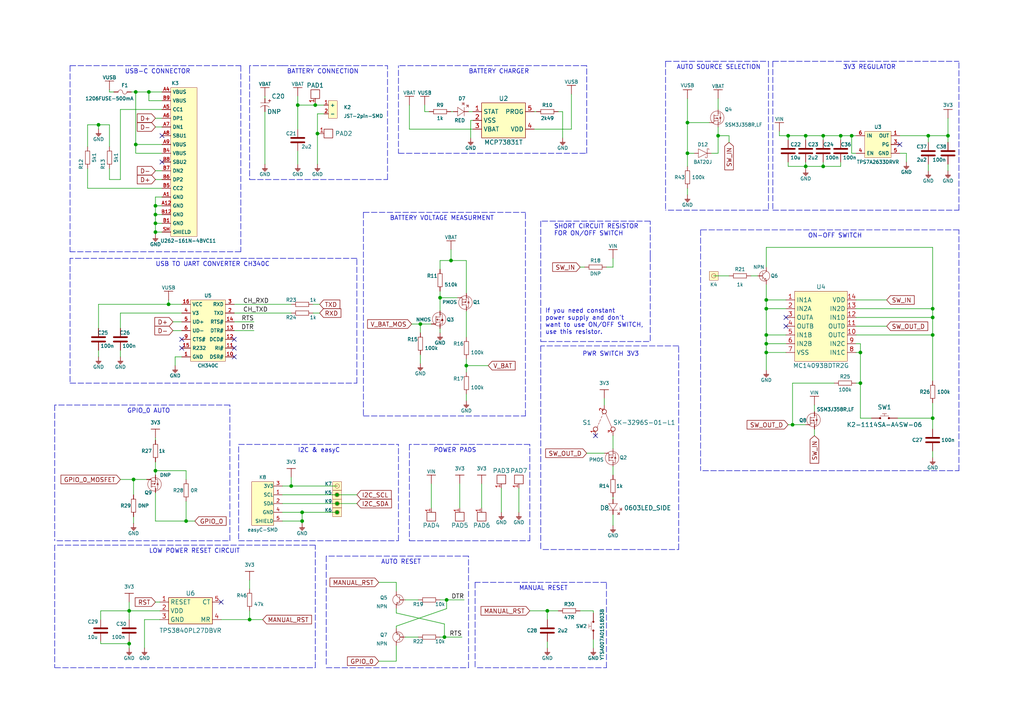
<source format=kicad_sch>
(kicad_sch (version 20211123) (generator eeschema)
  (paper "A4")
  (title_block (title "Soldered Inkplate 6") (date "2023-07-24") (rev "V1.2.1") (company "SOLDERED") (comment 1 "333232"))
  (lib_symbols
    (symbol "e-radionica.com schematics:0402LED" (pin_numbers hide) (pin_names (offset 0.254) hide)
      (property "Reference" "D" (at -0.635 2.54 0))
      (property "Value" "0402LED" (at 0 -2.54 0))
      (symbol "0402LED_1_1"
        (pin passive line (at -1.905 0 0) (length 1.27) (name "A") (number "1"))
        (pin passive line (at 2.54 0 180) (length 1.27) (name "K") (number "2"))
      )
    )
    (symbol "e-radionica.com schematics:0603C" (pin_numbers hide) (pin_names (offset 0.002))
      (property "Reference" "C" (at 0 3.81 0))
      (property "Value" "0603C" (at 0 -3.175 0))
      (symbol "0603C_1_1"
        (pin passive line (at -3.175 0 0) (length 2.54) (name "~") (number "1"))
        (pin passive line (at 3.175 0 180) (length 2.54) (name "~") (number "2"))
      )
    )
    (symbol "e-radionica.com schematics:0603LED_SIDE" (pin_numbers hide) (pin_names hide)
      (property "Reference" "D" (at -1.27 2.54 0))
      (property "Value" "0603LED_SIDE" (at 0 -2.286 0))
      (symbol "0603LED_SIDE_1_1"
        (pin passive line (at -2.54 0 0) (length 1.27) (name "A") (number "1"))
        (pin passive line (at 1.905 0 180) (length 1.27) (name "K") (number "2"))
      )
    )
    (symbol "e-radionica.com schematics:0603R" (pin_numbers hide) (pin_names (offset 0.254))
      (property "Reference" "R" (at 0 1.27 0))
      (property "Value" "0603R" (at 0 -1.905 0))
      (symbol "0603R_1_1"
        (pin passive line (at -3.175 0 0) (length 1.27) (name "~") (number "1"))
        (pin passive line (at 3.175 0 180) (length 1.27) (name "~") (number "2"))
      )
    )
    (symbol "e-radionica.com schematics:1206C" (pin_numbers hide)
      (property "Reference" "C" (at 0 3.81 0))
      (property "Value" "1206C" (at 0 -3.175 0))
      (symbol "1206C_1_1"
        (pin passive line (at -3.175 0 0) (length 2.54) (name "~") (number "1"))
        (pin passive line (at 3.175 0 180) (length 2.54) (name "~") (number "2"))
      )
    )
    (symbol "e-radionica.com schematics:1206FUSE" (pin_numbers hide) (pin_names hide)
      (property "Reference" "F" (at -1.27 1.905 0))
      (property "Value" "1206FUSE" (at 0 -1.905 0))
      (symbol "1206FUSE_1_1"
        (pin passive line (at -2.54 0 0) (length 1.27) (name "~") (number "1"))
        (pin passive line (at 2.54 0 180) (length 1.27) (name "~") (number "2"))
      )
    )
    (symbol "e-radionica.com schematics:2917C" (pin_numbers hide) (pin_names hide)
      (property "Reference" "C?" (at 0 0 0))
      (property "Value" "2917C" (at 0 0 0))
      (symbol "2917C_0_0"
        (text "+" (at -0.635 -1.27 0) (effects (font (size 1 1))))
      )
      (symbol "2917C_1_1"
        (pin input line (at -1.27 -2.54 0) (length 1.27) (name "+") (number "1"))
        (pin input line (at 2.54 -2.54 180) (length 1.8) (name "-") (number "2"))
      )
    )
    (symbol "e-radionica.com schematics:3V3" (power) (pin_names (offset 0))
      (property "Value" "3V3" (at 0 3.556 0))
      (symbol "3V3_1_1"
        (pin power_in line (at 0 0 90) (length 0) hide (name "3V3") (number "1"))
      )
    )
    (symbol "e-radionica.com schematics:BAT20J" (pin_numbers hide) (pin_names hide)
      (property "Reference" "D" (at 0 2.54 0))
      (property "Value" "BAT20J" (at 0 -2.54 0))
      (symbol "BAT20J_1_1"
        (pin input line (at -2.54 0 0) (length 1.27) (name "A") (number "1"))
        (pin input line (at 2.54 0 180) (length 1.27) (name "C") (number "2"))
      )
    )
    (symbol "e-radionica.com schematics:CH340C"
      (property "Reference" "U" (at -3.81 10.16 0))
      (property "Value" "CH340C" (at 0 -10.16 0))
      (symbol "CH340C_1_1"
        (pin passive line (at -7.62 -7.62 0) (length 2.54) (name "GND") (number "1"))
        (pin passive line (at 7.62 -7.62 180) (length 2.54) (name "DSR#") (number "10"))
        (pin passive line (at 7.62 -5.08 180) (length 2.54) (name "RI#") (number "11"))
        (pin passive line (at 7.62 -2.54 180) (length 2.54) (name "DCD#") (number "12"))
        (pin passive line (at 7.62 0 180) (length 2.54) (name "DTR#") (number "13"))
        (pin passive line (at 7.62 2.54 180) (length 2.54) (name "RTS#") (number "14"))
        (pin passive line (at -7.62 -5.08 0) (length 2.54) (name "R232") (number "15"))
        (pin passive line (at -7.62 7.62 0) (length 2.54) (name "VCC") (number "16"))
        (pin passive line (at 7.62 5.08 180) (length 2.54) (name "TXD") (number "2"))
        (pin passive line (at 7.62 7.62 180) (length 2.54) (name "RXD") (number "3"))
        (pin passive line (at -7.62 5.08 0) (length 2.54) (name "V3") (number "4"))
        (pin passive line (at -7.62 2.54 0) (length 2.54) (name "UD+") (number "5"))
        (pin passive line (at -7.62 0 0) (length 2.54) (name "UD-") (number "6"))
        (pin passive line (at -7.62 -2.54 0) (length 2.54) (name "CTS#") (number "9"))
      )
    )
    (symbol "e-radionica.com schematics:GND" (power) (pin_names (offset 0))
      (property "Value" "GND" (at 0 -2.921 0))
      (symbol "GND_1_1"
        (pin power_in line (at 0 0 270) (length 0) hide (name "GND") (number "1"))
      )
    )
    (symbol "e-radionica.com schematics:HEADER_MALE_1X1_Inkplate" (pin_numbers hide) (pin_names hide)
      (property "Reference" "K" (at 0 2.54 0))
      (property "Value" "HEADER_MALE_1X1_Inkplate" (at 0 -2.54 0))
      (symbol "HEADER_MALE_1X1_Inkplate_1_1"
        (pin passive line (at 0 0 180) (length 0) (name "~") (number "1"))
      )
    )
    (symbol "e-radionica.com schematics:JST-2pin-SMD"
      (property "Reference" "K" (at 0 3.81 0))
      (property "Value" "JST-2pin-SMD" (at 1.27 -3.81 0))
      (symbol "JST-2pin-SMD_1_1"
        (pin passive line (at 2.54 -1.27 180) (length 1.27) (name "+") (number "1"))
        (pin passive line (at 2.54 1.27 180) (length 1.27) (name "-") (number "2"))
      )
    )
    (symbol "e-radionica.com schematics:K2-1114SA-A4SW-06" (pin_numbers hide) (pin_names hide)
      (property "Reference" "SW" (at 0 2.54 0))
      (property "Value" "K2-1114SA-A4SW-06" (at 0 -2.54 0))
      (symbol "K2-1114SA-A4SW-06_1_1"
        (pin passive line (at -3.81 0 0) (length 2.54) (name "~") (number "1"))
        (pin passive line (at 3.81 0 180) (length 2.54) (name "~") (number "2"))
      )
    )
    (symbol "e-radionica.com schematics:MC14093BDTR2G"
      (property "Reference" "U" (at 0 15.24 0))
      (property "Value" "MC14093BDTR2G" (at 0 -7.62 0))
      (symbol "MC14093BDTR2G_1_1"
        (pin output line (at -10.16 11.43 0) (length 2.54) (name "IN1A") (number "1"))
        (pin output line (at 10.16 1.27 180) (length 2.54) (name "OUTC") (number "10"))
        (pin output line (at 10.16 3.81 180) (length 2.54) (name "OUTD") (number "11"))
        (pin output line (at 10.16 6.35 180) (length 2.54) (name "IN1D") (number "12"))
        (pin output line (at 10.16 8.89 180) (length 2.54) (name "IN2D") (number "13"))
        (pin output line (at 10.16 11.43 180) (length 2.54) (name "VDD") (number "14"))
        (pin output line (at -10.16 8.89 0) (length 2.54) (name "IN2A") (number "2"))
        (pin output line (at -10.16 6.35 0) (length 2.54) (name "OUTA") (number "3"))
        (pin output line (at -10.16 3.81 0) (length 2.54) (name "OUTB") (number "4"))
        (pin output line (at -10.16 1.27 0) (length 2.54) (name "IN1B") (number "5"))
        (pin output line (at -10.16 -1.27 0) (length 2.54) (name "IN2B") (number "6"))
        (pin output line (at -10.16 -3.81 0) (length 2.54) (name "VSS") (number "7"))
        (pin output line (at 10.16 -3.81 180) (length 2.54) (name "IN1C") (number "8"))
        (pin output line (at 10.16 -1.27 180) (length 2.54) (name "IN2C") (number "9"))
      )
    )
    (symbol "e-radionica.com schematics:MCP73831T"
      (property "Reference" "U" (at 0 6.35 0))
      (property "Value" "MCP73831T" (at 0 -6.35 0))
      (symbol "MCP73831T_1_1"
        (pin output line (at -8.89 2.54 0) (length 2.54) (name "STAT") (number "1"))
        (pin output line (at -8.89 0 0) (length 2.54) (name "VSS") (number "2"))
        (pin output line (at -8.89 -2.54 0) (length 2.54) (name "VBAT") (number "3"))
        (pin output line (at 8.89 -2.54 180) (length 2.54) (name "VDD") (number "4"))
        (pin output line (at 8.89 2.54 180) (length 2.54) (name "PROG") (number "5"))
      )
    )
    (symbol "e-radionica.com schematics:NMOS-SOT-23-3" (pin_numbers hide) (pin_names hide)
      (property "Reference" "Q" (at -1.143 2.921 0))
      (property "Value" "NMOS-SOT-23-3" (at 1.524 -3.937 0))
      (symbol "NMOS-SOT-23-3_1_1"
        (pin passive line (at -1.27 -1.27 0) (length 1.27) (name "G") (number "1"))
        (pin passive line (at 1.27 -2.54 90) (length 1.27) (name "S") (number "2"))
        (pin passive line (at 1.27 2.54 270) (length 1.27) (name "D") (number "3"))
      )
    )
    (symbol "e-radionica.com schematics:NPN-SOT-23-3" (pin_numbers hide) (pin_names hide)
      (property "Reference" "Q" (at -2.286 2.921 0))
      (property "Value" "NPN-SOT-23-3" (at 0 -3.81 0))
      (symbol "NPN-SOT-23-3_1_1"
        (pin passive line (at -2.54 0 0) (length 1.27) (name "B") (number "1"))
        (pin passive line (at 0 -2.54 90) (length 1.27) (name "E") (number "2"))
        (pin passive line (at 0 2.54 270) (length 1.27) (name "C") (number "3"))
      )
    )
    (symbol "e-radionica.com schematics:PAD_4x4"
      (property "Reference" "PAD" (at 0 2.54 0))
      (property "Value" "PAD_4x4" (at 0 -2.54 0))
      (symbol "PAD_4x4_1_1"
        (pin passive line (at -2.54 0 0) (length 1.27) (name "") (number "1"))
      )
    )
    (symbol "e-radionica.com schematics:PMOS-SOT-23-3" (pin_numbers hide) (pin_names hide)
      (property "Reference" "Q" (at -1.27 2.54 0))
      (property "Value" "PMOS-SOT-23-3" (at 0.381 -4.064 0))
      (symbol "PMOS-SOT-23-3_1_1"
        (pin passive line (at -1.27 -1.27 0) (length 1.27) (name "G") (number "1"))
        (pin passive line (at 1.27 -2.54 90) (length 1.27) (name "S") (number "2"))
        (pin passive line (at 1.27 2.54 270) (length 1.27) (name "D") (number "3"))
      )
    )
    (symbol "e-radionica.com schematics:SK-3296S-01-L1"
      (property "Reference" "S" (at 0 3.81 0))
      (property "Value" "SK-3296S-01-L1" (at 0 -6.35 0))
      (symbol "SK-3296S-01-L1_1_1"
        (pin input inverted (at 3.81 2.54 180) (length 2.54) (name "") (number "1"))
        (pin input inverted (at -5.08 0 0) (length 2.54) (name "") (number "2"))
        (pin input inverted (at 3.81 -2.54 180) (length 2.54) (name "") (number "3"))
      )
    )
    (symbol "e-radionica.com schematics:TPS3840PL27DBVR"
      (property "Reference" "U" (at 0 5.08 0))
      (property "Value" "TPS3840PL27DBVR" (at 0 -5.08 0))
      (symbol "TPS3840PL27DBVR_1_1"
        (pin input line (at -8.89 2.54 0) (length 2.54) (name "RESET") (number "1"))
        (pin input line (at -8.89 0 0) (length 2.54) (name "VDD") (number "2"))
        (pin input line (at -8.89 -2.54 0) (length 2.54) (name "GND") (number "3"))
        (pin input line (at 8.89 -2.54 180) (length 2.54) (name "MR") (number "4"))
        (pin input line (at 8.89 2.54 180) (length 2.54) (name "CT") (number "5"))
      )
    )
    (symbol "e-radionica.com schematics:TPS7A2633DRVR"
      (property "Reference" "U" (at -3.175 5.08 0))
      (property "Value" "TPS7A2633DRVR" (at 0 -5.08 0))
      (symbol "TPS7A2633DRVR_1_1"
        (pin passive line (at 6.35 2.54 180) (length 2.54) (name "OUT") (number "1"))
        (pin passive line (at 6.35 0 180) (length 2.54) (name "PG") (number "3"))
        (pin passive line (at -6.35 -2.54 0) (length 2.54) (name "EN") (number "4"))
        (pin passive line (at 6.35 -2.54 180) (length 2.54) (name "GND") (number "5"))
        (pin passive line (at -6.35 2.54 0) (length 2.54) (name "IN") (number "6"))
      )
    )
    (symbol "e-radionica.com schematics:U262-161N-4BVC11"
      (property "Reference" "K" (at 0 22.86 0))
      (property "Value" "U262-161N-4BVC11" (at 2.54 -22.86 0))
      (symbol "U262-161N-4BVC11_1_1"
        (pin passive line (at -3.81 -10.16 0) (length 2.54) (name "GND") (number "A1"))
        (pin passive line (at -3.81 -12.7 0) (length 2.54) (name "GND") (number "A12"))
        (pin passive line (at -3.81 20.32 0) (length 2.54) (name "VBUS") (number "A4"))
        (pin passive line (at -3.81 15.24 0) (length 2.54) (name "CC1") (number "A5"))
        (pin passive line (at -3.81 12.7 0) (length 2.54) (name "DP1") (number "A6"))
        (pin passive line (at -3.81 10.16 0) (length 2.54) (name "DN1") (number "A7"))
        (pin passive line (at -3.81 7.62 0) (length 2.54) (name "SBU1") (number "A8"))
        (pin passive line (at -3.81 5.08 0) (length 2.54) (name "VBUS") (number "A9"))
        (pin passive line (at -3.81 -17.78 0) (length 2.54) (name "GND") (number "B1"))
        (pin passive line (at -3.81 -15.24 0) (length 2.54) (name "GND") (number "B12"))
        (pin passive line (at -3.81 2.54 0) (length 2.54) (name "VBUS") (number "B4"))
        (pin passive line (at -3.81 -7.62 0) (length 2.54) (name "CC2") (number "B5"))
        (pin passive line (at -3.81 -5.08 0) (length 2.54) (name "DP2") (number "B6"))
        (pin passive line (at -3.81 -2.54 0) (length 2.54) (name "DN2") (number "B7"))
        (pin passive line (at -3.81 0 0) (length 2.54) (name "SBU2") (number "B8"))
        (pin passive line (at -3.81 17.78 0) (length 2.54) (name "VBUS") (number "B9"))
        (pin passive line (at -3.81 -20.32 0) (length 2.54) (name "SHIELD") (number "SH"))
      )
    )
    (symbol "e-radionica.com schematics:VBAT" (power) (pin_names (offset 0))
      (property "Value" "VBAT" (at 0 3.556 0))
      (symbol "VBAT_1_1"
        (pin power_in line (at 0 0 90) (length 0) hide (name "VBAT") (number "1"))
      )
    )
    (symbol "e-radionica.com schematics:VIN" (power) (pin_names (offset 0))
      (property "Value" "VIN" (at 0 3.556 0))
      (symbol "VIN_1_1"
        (pin power_in line (at 0 0 90) (length 0) hide (name "VIN") (number "1"))
      )
    )
    (symbol "e-radionica.com schematics:VUSB" (power) (pin_names (offset 0))
      (property "Value" "VUSB" (at 0 3.556 0))
      (symbol "VUSB_1_1"
        (pin power_in line (at 0 0 90) (length 0) hide (name "VUSB") (number "1"))
      )
    )
    (symbol "e-radionica.com schematics:YTSA007A0151803B" (pin_numbers hide) (pin_names hide)
      (property "Reference" "SW" (at -1.016 2.286 0))
      (property "Value" "YTSA007A0151803B" (at 1.778 -2.032 0))
      (symbol "YTSA007A0151803B_1_1"
        (pin passive line (at -2.54 0 0) (length 2.54) (name "~") (number "1"))
        (pin passive line (at 5.08 0 180) (length 2.54) (name "~") (number "2"))
      )
    )
    (symbol "e-radionica.com schematics:easyC-SMD" (pin_names (offset 0.002))
      (property "Reference" "K" (at 0 10.16 0))
      (property "Value" "easyC-SMD" (at 0 -5.08 0))
      (symbol "easyC-SMD_1_1"
        (pin passive line (at 5.715 5.08 180) (length 2.54) (name "SCL") (number "1"))
        (pin passive line (at 5.715 2.54 180) (length 2.54) (name "SDA") (number "2"))
        (pin passive line (at 5.715 7.62 180) (length 2.54) (name "3V3") (number "3"))
        (pin passive line (at 5.715 0 180) (length 2.54) (name "GND") (number "4"))
        (pin passive line (at 5.715 -2.54 180) (length 2.54) (name "SHIELD") (number "5"))
      )
    )
  )
  (junction (at 222.25 99.695))
  (junction (at 233.68 48.26))
  (junction (at 48.895 88.265))
  (junction (at 91.44 30.48))
  (junction (at 270.51 97.155))
  (junction (at 222.25 97.155))
  (junction (at 38.735 139.065))
  (junction (at 229.87 123.19))
  (junction (at 39.37 41.91) (diameter 0.9144))
  (junction (at 28.575 36.195) (diameter 0.9144))
  (junction (at 130.81 75.565))
  (junction (at 222.25 89.535))
  (junction (at 97.7805 148.59))
  (junction (at 92.075 38.735))
  (junction (at 45.085 136.525))
  (junction (at 87.63 148.59))
  (junction (at 45.085 62.23) (diameter 0.9144))
  (junction (at 270.51 89.535))
  (junction (at 269.24 39.37))
  (junction (at 238.76 48.26))
  (junction (at 37.465 177.165))
  (junction (at 87.63 151.13))
  (junction (at 222.25 86.995))
  (junction (at 127.635 86.36))
  (junction (at 37.465 186.69))
  (junction (at 53.975 151.13))
  (junction (at 84.455 140.97))
  (junction (at 72.39 179.705))
  (junction (at 270.51 121.285))
  (junction (at 86.36 30.48))
  (junction (at 43.18 26.67) (diameter 0.9144))
  (junction (at 243.84 39.37))
  (junction (at 222.25 102.235))
  (junction (at 121.92 93.98))
  (junction (at 228.6 39.37))
  (junction (at 45.085 67.31) (diameter 0.9144))
  (junction (at 45.085 59.69) (diameter 0.9144))
  (junction (at 135.255 106.045))
  (junction (at 129.54 173.99))
  (junction (at 158.75 177.165))
  (junction (at 45.085 64.77) (diameter 0.9144))
  (junction (at 97.7447 143.51))
  (junction (at 249.555 111.125))
  (junction (at 274.955 39.37))
  (junction (at 238.76 39.37))
  (junction (at 233.68 39.37))
  (junction (at 208.28 39.37))
  (junction (at 128.905 184.785))
  (junction (at 249.555 102.235))
  (junction (at 97.79 146.05))
  (junction (at 199.39 44.45))
  (junction (at 270.51 92.075))
  (junction (at 39.37 26.67) (diameter 0.9144))
  (junction (at 247.015 39.37))
  (junction (at 199.39 35.56))
  (no_connect (at 227.965 94.615))
  (no_connect (at 227.965 92.075))
  (no_connect (at 67.945 103.505))
  (no_connect (at 67.945 100.965))
  (no_connect (at 67.945 98.425))
  (no_connect (at 52.705 100.965))
  (no_connect (at 52.705 98.425))
  (no_connect (at 64.135 174.625))
  (no_connect (at 172.72 126.365))
  (no_connect (at 46.99 39.37))
  (no_connect (at 46.99 46.99))
  (no_connect (at 260.985 41.91))
  (wire (pts (xy 81.915 146.05) (xy 97.79 146.05)))
  (wire (pts (xy 45.085 64.77) (xy 45.085 67.31)))
  (polyline (pts (xy 69.215 129.54) (xy 69.215 156.845)))
  (polyline (pts (xy 15.875 117.475) (xy 15.875 156.845)))
  (wire (pts (xy 222.25 99.695) (xy 222.25 102.235)))
  (wire (pts (xy 37.465 186.055) (xy 37.465 186.69)))
  (wire (pts (xy 270.51 116.84) (xy 270.51 121.285)))
  (wire (pts (xy 177.8 149.225) (xy 177.8 152.4)))
  (wire (pts (xy 229.87 123.19) (xy 233.68 123.19)))
  (wire (pts (xy 121.92 93.98) (xy 121.92 96.52)))
  (wire (pts (xy 133.35 140.335) (xy 133.35 147.32)))
  (wire (pts (xy 81.915 140.97) (xy 84.455 140.97)))
  (polyline (pts (xy 20.32 19.05) (xy 69.85 19.05)) (stroke (width 0) (type dash)))
  (wire (pts (xy 45.085 174.625) (xy 46.355 174.625)))
  (wire (pts (xy 25.4 36.195) (xy 25.4 42.545)))
  (wire (pts (xy 39.37 41.91) (xy 46.99 41.91)))
  (wire (pts (xy 45.085 49.53) (xy 46.99 49.53)))
  (wire (pts (xy 269.24 47.625) (xy 269.24 49.53)))
  (polyline (pts (xy 118.745 128.905) (xy 118.745 156.845)))
  (wire (pts (xy 236.22 124.46) (xy 236.22 126.365)))
  (polyline (pts (xy 94.615 161.29) (xy 94.615 193.04)))
  (wire (pts (xy 67.945 90.805) (xy 84.455 90.805)))
  (wire (pts (xy 121.92 102.87) (xy 121.92 105.41)))
  (polyline (pts (xy 175.895 193.675) (xy 175.895 168.91)))
  (wire (pts (xy 31.75 48.895) (xy 31.75 52.07)))
  (wire (pts (xy 29.21 179.705) (xy 29.21 177.165)))
  (wire (pts (xy 211.455 39.37) (xy 211.455 41.275)))
  (wire (pts (xy 243.84 39.37) (xy 243.84 40.64)))
  (wire (pts (xy 260.985 39.37) (xy 269.24 39.37)))
  (wire (pts (xy 175.895 77.47) (xy 177.8 77.47)))
  (polyline (pts (xy 105.41 61.595) (xy 152.4 61.595)))
  (wire (pts (xy 274.955 39.37) (xy 269.24 39.37)))
  (wire (pts (xy 92.075 47.625) (xy 92.075 38.735)))
  (polyline (pts (xy 135.89 193.675) (xy 135.89 161.29)))
  (polyline (pts (xy 170.18 19.05) (xy 115.57 19.05)))
  (wire (pts (xy 118.745 30.48) (xy 118.745 37.465)))
  (wire (pts (xy 172.085 177.165) (xy 172.085 177.8)))
  (wire (pts (xy 201.295 44.45) (xy 199.39 44.45)))
  (wire (pts (xy 45.085 127) (xy 45.085 127.635)))
  (wire (pts (xy 127.635 86.36) (xy 127.635 90.17)))
  (wire (pts (xy 34.925 95.25) (xy 34.925 90.805)))
  (wire (pts (xy 248.285 86.995) (xy 257.175 86.995)))
  (wire (pts (xy 130.81 75.565) (xy 127.635 75.565)))
  (polyline (pts (xy 222.885 17.78) (xy 222.885 60.96)))
  (wire (pts (xy 109.855 191.77) (xy 114.935 191.77)))
  (wire (pts (xy 86.36 30.48) (xy 86.36 37.465)))
  (wire (pts (xy 87.63 151.13) (xy 87.63 151.765)))
  (polyline (pts (xy 188.595 64.135) (xy 156.845 64.135)))
  (wire (pts (xy 207.01 80.01) (xy 211.455 80.01)))
  (wire (pts (xy 249.555 121.285) (xy 249.555 111.125)))
  (wire (pts (xy 31.75 36.195) (xy 31.75 42.545)))
  (wire (pts (xy 48.895 88.265) (xy 52.705 88.265)))
  (wire (pts (xy 45.085 67.31) (xy 45.085 67.945)))
  (wire (pts (xy 109.855 168.91) (xy 114.935 168.91)))
  (wire (pts (xy 81.915 151.13) (xy 87.63 151.13)))
  (polyline (pts (xy 196.85 159.385) (xy 196.85 100.33)))
  (wire (pts (xy 270.51 92.075) (xy 270.51 97.155)))
  (wire (pts (xy 76.835 27.94) (xy 76.835 28.575)))
  (polyline (pts (xy 188.595 74.295) (xy 188.595 99.06)))
  (wire (pts (xy 208.28 36.83) (xy 208.28 39.37)))
  (wire (pts (xy 53.975 139.065) (xy 53.975 136.525)))
  (wire (pts (xy 226.06 39.37) (xy 228.6 39.37)))
  (wire (pts (xy 132.715 86.36) (xy 127.635 86.36)))
  (wire (pts (xy 227.965 99.695) (xy 222.25 99.695)))
  (wire (pts (xy 67.945 95.885) (xy 73.66 95.885)))
  (wire (pts (xy 228.6 39.37) (xy 233.68 39.37)))
  (wire (pts (xy 233.68 46.99) (xy 233.68 48.26)))
  (wire (pts (xy 127.635 84.455) (xy 127.635 86.36)))
  (polyline (pts (xy 81.915 19.05) (xy 72.39 19.05)))
  (wire (pts (xy 37.465 174.625) (xy 37.465 177.165)))
  (polyline (pts (xy 193.04 17.78) (xy 222.885 17.78)))
  (wire (pts (xy 81.915 143.51) (xy 97.7447 143.51)))
  (wire (pts (xy 199.39 35.56) (xy 199.39 44.45)))
  (wire (pts (xy 92.71 38.735) (xy 92.075 38.735)))
  (wire (pts (xy 53.975 151.13) (xy 56.515 151.13)))
  (wire (pts (xy 33.02 26.67) (xy 31.75 26.67)))
  (wire (pts (xy 125.095 93.98) (xy 121.92 93.98)))
  (wire (pts (xy 50.8 103.505) (xy 52.705 103.505)))
  (wire (pts (xy 125.095 140.335) (xy 125.095 147.32)))
  (wire (pts (xy 45.085 142.875) (xy 45.085 151.13)))
  (polyline (pts (xy 91.44 193.675) (xy 91.44 158.115)))
  (wire (pts (xy 249.555 111.125) (xy 249.555 102.235)))
  (wire (pts (xy 67.945 88.265) (xy 84.455 88.265)))
  (wire (pts (xy 43.18 26.67) (xy 46.99 26.67)))
  (wire (pts (xy 228.6 46.99) (xy 228.6 48.26)))
  (wire (pts (xy 270.51 71.755) (xy 270.51 89.535)))
  (wire (pts (xy 45.085 151.13) (xy 53.975 151.13)))
  (polyline (pts (xy 91.44 158.115) (xy 15.875 158.115)))
  (wire (pts (xy 72.39 179.705) (xy 76.2 179.705)))
  (wire (pts (xy 165.735 37.465) (xy 154.94 37.465)))
  (wire (pts (xy 67.945 93.345) (xy 73.66 93.345)))
  (wire (pts (xy 46.99 57.15) (xy 45.085 57.15)))
  (wire (pts (xy 208.28 39.37) (xy 208.28 44.45)))
  (wire (pts (xy 46.99 29.21) (xy 43.18 29.21)))
  (wire (pts (xy 248.285 89.535) (xy 270.51 89.535)))
  (wire (pts (xy 262.89 44.45) (xy 262.89 46.99)))
  (wire (pts (xy 153.67 177.165) (xy 158.75 177.165)))
  (wire (pts (xy 41.91 187.96) (xy 41.91 179.705)))
  (wire (pts (xy 252.73 121.285) (xy 249.555 121.285)))
  (wire (pts (xy 135.255 90.17) (xy 135.255 97.79)))
  (wire (pts (xy 270.51 97.155) (xy 270.51 110.49)))
  (wire (pts (xy 28.575 36.195) (xy 31.75 36.195)))
  (wire (pts (xy 92.075 33.02) (xy 92.075 38.735)))
  (wire (pts (xy 117.475 173.99) (xy 121.285 173.99)))
  (wire (pts (xy 91.44 30.48) (xy 93.98 30.48)))
  (wire (pts (xy 135.255 85.09) (xy 135.255 75.565)))
  (wire (pts (xy 124.46 32.385) (xy 123.19 32.385)))
  (wire (pts (xy 238.76 39.37) (xy 238.76 40.64)))
  (wire (pts (xy 117.475 184.785) (xy 121.285 184.785)))
  (wire (pts (xy 97.79 146.05) (xy 103.505 146.05)))
  (wire (pts (xy 45.085 59.69) (xy 45.085 62.23)))
  (polyline (pts (xy 222.885 60.96) (xy 193.04 60.96)))
  (wire (pts (xy 249.555 99.695) (xy 248.285 99.695)))
  (wire (pts (xy 114.935 168.91) (xy 114.935 171.45)))
  (wire (pts (xy 50.8 106.045) (xy 50.8 103.505)))
  (wire (pts (xy 158.75 177.165) (xy 161.925 177.165)))
  (wire (pts (xy 177.8 135.255) (xy 177.8 137.795)))
  (wire (pts (xy 39.37 26.67) (xy 43.18 26.67)))
  (wire (pts (xy 87.63 148.59) (xy 87.63 151.13)))
  (wire (pts (xy 177.8 144.145) (xy 177.8 144.78)))
  (wire (pts (xy 228.6 48.26) (xy 233.68 48.26)))
  (wire (pts (xy 114.935 181.61) (xy 114.935 182.245)))
  (polyline (pts (xy 156.845 64.135) (xy 156.845 99.06)))
  (wire (pts (xy 86.36 27.94) (xy 86.36 30.48)))
  (wire (pts (xy 45.085 52.07) (xy 46.99 52.07)))
  (wire (pts (xy 270.51 121.285) (xy 270.51 124.46)))
  (wire (pts (xy 41.91 179.705) (xy 46.355 179.705)))
  (polyline (pts (xy 170.18 44.45) (xy 170.18 19.05)))
  (wire (pts (xy 175.26 115.57) (xy 175.26 117.475)))
  (wire (pts (xy 45.085 59.69) (xy 46.99 59.69)))
  (wire (pts (xy 97.7447 143.51) (xy 103.505 143.51)))
  (polyline (pts (xy 115.57 156.845) (xy 115.57 128.905)))
  (polyline (pts (xy 153.67 128.905) (xy 118.745 128.905)))
  (polyline (pts (xy 69.215 128.905) (xy 115.57 128.905)))
  (wire (pts (xy 37.465 179.705) (xy 37.465 177.165)))
  (polyline (pts (xy 156.845 100.33) (xy 156.845 159.385)))
  (wire (pts (xy 129.54 173.99) (xy 129.54 176.53)))
  (polyline (pts (xy 20.32 111.125) (xy 103.505 111.125)))
  (wire (pts (xy 243.84 46.99) (xy 243.84 48.26)))
  (wire (pts (xy 233.68 39.37) (xy 238.76 39.37)))
  (polyline (pts (xy 152.4 120.65) (xy 152.4 61.595)))
  (wire (pts (xy 25.4 36.195) (xy 28.575 36.195)))
  (wire (pts (xy 208.28 39.37) (xy 211.455 39.37)))
  (wire (pts (xy 114.935 177.8) (xy 128.905 180.975)))
  (wire (pts (xy 168.275 177.165) (xy 172.085 177.165)))
  (wire (pts (xy 38.1 26.67) (xy 39.37 26.67)))
  (polyline (pts (xy 81.915 19.05) (xy 112.395 19.05)))
  (wire (pts (xy 229.87 111.125) (xy 229.87 123.19)))
  (wire (pts (xy 137.16 34.925) (xy 136.525 34.925)))
  (wire (pts (xy 233.68 39.37) (xy 233.68 40.64)))
  (wire (pts (xy 248.285 97.155) (xy 270.51 97.155)))
  (wire (pts (xy 136.525 34.925) (xy 136.525 40.005)))
  (polyline (pts (xy 118.745 156.845) (xy 153.67 156.845)))
  (wire (pts (xy 139.7 140.335) (xy 139.7 147.32)))
  (wire (pts (xy 238.76 46.99) (xy 238.76 48.26)))
  (wire (pts (xy 135.255 75.565) (xy 130.81 75.565)))
  (wire (pts (xy 227.965 102.235) (xy 222.25 102.235)))
  (wire (pts (xy 46.99 54.61) (xy 25.4 54.61)))
  (wire (pts (xy 241.935 111.125) (xy 229.87 111.125)))
  (polyline (pts (xy 103.505 74.93) (xy 20.32 74.93)))
  (wire (pts (xy 28.575 95.25) (xy 28.575 88.265)))
  (wire (pts (xy 81.915 148.59) (xy 87.63 148.59)))
  (wire (pts (xy 91.44 29.845) (xy 91.44 30.48)))
  (polyline (pts (xy 153.67 156.845) (xy 153.67 128.905)))
  (polyline (pts (xy 20.32 79.375) (xy 20.32 79.375)))
  (wire (pts (xy 238.76 48.26) (xy 233.68 48.26)))
  (polyline (pts (xy 16.51 156.845) (xy 66.675 156.845)))
  (polyline (pts (xy 115.57 44.45) (xy 170.18 44.45)))
  (wire (pts (xy 114.935 191.77) (xy 114.935 187.325)))
  (wire (pts (xy 86.36 43.815) (xy 86.36 47.625)))
  (wire (pts (xy 28.575 36.195) (xy 28.575 37.465)))
  (wire (pts (xy 243.84 48.26) (xy 238.76 48.26)))
  (wire (pts (xy 123.19 30.48) (xy 123.19 32.385)))
  (wire (pts (xy 53.975 136.525) (xy 45.085 136.525)))
  (wire (pts (xy 145.415 141.605) (xy 145.415 148.59)))
  (wire (pts (xy 72.39 168.275) (xy 72.39 170.815)))
  (polyline (pts (xy 15.875 160.655) (xy 15.875 193.675)))
  (wire (pts (xy 130.81 72.39) (xy 130.81 75.565)))
  (polyline (pts (xy 156.845 99.06) (xy 188.595 99.06)))
  (wire (pts (xy 163.195 32.385) (xy 163.195 40.005)))
  (wire (pts (xy 45.085 136.525) (xy 45.085 137.795)))
  (polyline (pts (xy 115.57 19.05) (xy 115.57 19.685)))
  (polyline (pts (xy 278.13 60.96) (xy 278.13 17.78)))
  (wire (pts (xy 199.39 44.45) (xy 199.39 48.26)))
  (wire (pts (xy 84.455 140.97) (xy 84.455 138.43)))
  (wire (pts (xy 34.925 90.805) (xy 52.705 90.805)))
  (wire (pts (xy 161.925 32.385) (xy 163.195 32.385)))
  (wire (pts (xy 76.835 32.385) (xy 76.835 47.625)))
  (polyline (pts (xy 72.39 52.07) (xy 112.395 52.07)))
  (polyline (pts (xy 69.215 156.845) (xy 115.57 156.845)))
  (polyline (pts (xy 138.43 193.675) (xy 175.895 193.675)))
  (wire (pts (xy 248.285 92.075) (xy 270.51 92.075)))
  (wire (pts (xy 127.635 184.785) (xy 128.905 184.785)))
  (wire (pts (xy 50.165 93.345) (xy 52.705 93.345)))
  (wire (pts (xy 86.36 30.48) (xy 91.44 30.48)))
  (wire (pts (xy 97.7805 148.59) (xy 97.79 148.59)))
  (polyline (pts (xy 278.13 136.525) (xy 278.13 66.675)))
  (wire (pts (xy 228.6 123.19) (xy 229.87 123.19)))
  (wire (pts (xy 92.075 33.02) (xy 93.98 33.02)))
  (wire (pts (xy 269.24 39.37) (xy 269.24 41.275)))
  (wire (pts (xy 248.285 44.45) (xy 247.015 44.45)))
  (polyline (pts (xy 203.2 66.675) (xy 203.2 136.525)))
  (wire (pts (xy 222.25 102.235) (xy 222.25 107.315)))
  (wire (pts (xy 217.805 80.01) (xy 219.71 80.01)))
  (wire (pts (xy 222.25 82.55) (xy 222.25 86.995)))
  (polyline (pts (xy 72.39 19.685) (xy 72.39 52.07)))
  (wire (pts (xy 127.635 95.25) (xy 127.635 96.52)))
  (wire (pts (xy 87.63 148.59) (xy 97.7805 148.59)))
  (wire (pts (xy 84.455 140.97) (xy 97.79 140.97)))
  (wire (pts (xy 260.35 121.285) (xy 270.51 121.285)))
  (wire (pts (xy 72.39 177.165) (xy 72.39 179.705)))
  (wire (pts (xy 45.085 36.83) (xy 46.99 36.83)))
  (wire (pts (xy 129.54 173.99) (xy 134.62 173.99)))
  (wire (pts (xy 29.21 177.165) (xy 37.465 177.165)))
  (polyline (pts (xy 224.155 17.78) (xy 224.155 60.96)))
  (wire (pts (xy 165.735 27.305) (xy 165.735 37.465)))
  (wire (pts (xy 227.965 86.995) (xy 222.25 86.995)))
  (wire (pts (xy 199.39 54.61) (xy 199.39 56.515)))
  (wire (pts (xy 227.965 97.155) (xy 222.25 97.155)))
  (wire (pts (xy 248.285 102.235) (xy 249.555 102.235)))
  (polyline (pts (xy 157.48 159.385) (xy 196.85 159.385)))
  (wire (pts (xy 154.94 32.385) (xy 155.575 32.385)))
  (wire (pts (xy 45.085 62.23) (xy 45.085 64.77)))
  (wire (pts (xy 150.495 141.605) (xy 150.495 148.59)))
  (polyline (pts (xy 20.32 79.375) (xy 20.32 111.125)))
  (wire (pts (xy 243.84 39.37) (xy 247.015 39.37)))
  (polyline (pts (xy 203.835 136.525) (xy 278.13 136.525)))
  (wire (pts (xy 114.935 176.53) (xy 114.935 177.8)))
  (wire (pts (xy 45.085 62.23) (xy 46.99 62.23)))
  (wire (pts (xy 208.28 44.45) (xy 206.375 44.45)))
  (wire (pts (xy 34.925 52.07) (xy 34.925 31.75)))
  (wire (pts (xy 199.39 35.56) (xy 205.74 35.56)))
  (wire (pts (xy 208.28 28.575) (xy 208.28 31.75)))
  (wire (pts (xy 31.75 52.07) (xy 34.925 52.07)))
  (wire (pts (xy 168.275 77.47) (xy 169.545 77.47)))
  (wire (pts (xy 64.135 179.705) (xy 72.39 179.705)))
  (wire (pts (xy 43.18 29.21) (xy 43.18 26.67)))
  (polyline (pts (xy 112.395 52.07) (xy 112.395 19.05)))
  (wire (pts (xy 247.015 44.45) (xy 247.015 39.37)))
  (wire (pts (xy 236.22 117.475) (xy 236.22 119.38)))
  (polyline (pts (xy 175.895 168.91) (xy 137.795 168.91)))
  (polyline (pts (xy 224.155 60.96) (xy 278.13 60.96)))
  (wire (pts (xy 274.955 47.625) (xy 274.955 49.53)))
  (wire (pts (xy 128.905 184.785) (xy 133.985 184.785)))
  (wire (pts (xy 248.285 111.125) (xy 249.555 111.125)))
  (wire (pts (xy 238.76 39.37) (xy 243.84 39.37)))
  (wire (pts (xy 28.575 101.6) (xy 28.575 103.505)))
  (wire (pts (xy 119.38 93.98) (xy 121.92 93.98)))
  (wire (pts (xy 39.37 41.91) (xy 39.37 44.45)))
  (wire (pts (xy 222.25 89.535) (xy 222.25 97.155)))
  (wire (pts (xy 45.085 34.29) (xy 46.99 34.29)))
  (polyline (pts (xy 135.89 161.29) (xy 94.615 161.29)))
  (wire (pts (xy 50.165 95.885) (xy 52.705 95.885)))
  (polyline (pts (xy 193.04 17.78) (xy 193.04 60.96)))
  (wire (pts (xy 28.575 88.265) (xy 48.895 88.265)))
  (wire (pts (xy 222.25 71.755) (xy 270.51 71.755)))
  (wire (pts (xy 228.6 39.37) (xy 228.6 40.64)))
  (wire (pts (xy 233.68 48.26) (xy 233.68 48.895)))
  (wire (pts (xy 222.25 97.155) (xy 222.25 99.695)))
  (polyline (pts (xy 20.32 74.93) (xy 20.32 79.375)))
  (wire (pts (xy 53.975 151.13) (xy 53.975 145.415)))
  (wire (pts (xy 177.8 77.47) (xy 177.8 74.93)))
  (polyline (pts (xy 69.85 19.05) (xy 69.85 73.025)) (stroke (width 0) (type dash)))
  (wire (pts (xy 199.39 28.575) (xy 199.39 35.56)))
  (polyline (pts (xy 66.675 117.475) (xy 15.875 117.475)))
  (wire (pts (xy 247.015 39.37) (xy 248.285 39.37)))
  (wire (pts (xy 270.51 130.81) (xy 270.51 132.715)))
  (wire (pts (xy 130.81 32.385) (xy 131.445 32.385)))
  (wire (pts (xy 34.925 31.75) (xy 46.99 31.75)))
  (wire (pts (xy 45.085 133.985) (xy 45.085 136.525)))
  (wire (pts (xy 45.085 64.77) (xy 46.99 64.77)))
  (polyline (pts (xy 105.41 120.65) (xy 152.4 120.65)))
  (wire (pts (xy 37.465 177.165) (xy 46.355 177.165)))
  (wire (pts (xy 127.635 173.99) (xy 129.54 173.99)))
  (wire (pts (xy 135.255 114.3) (xy 135.255 116.205)))
  (wire (pts (xy 34.925 139.065) (xy 38.735 139.065)))
  (wire (pts (xy 38.735 149.86) (xy 38.735 151.765)))
  (wire (pts (xy 39.37 41.91) (xy 39.37 26.67)))
  (wire (pts (xy 38.735 139.065) (xy 42.545 139.065)))
  (wire (pts (xy 90.805 90.805) (xy 92.71 90.805)))
  (wire (pts (xy 135.255 106.045) (xy 141.605 106.045)))
  (wire (pts (xy 135.255 106.045) (xy 135.255 107.95)))
  (wire (pts (xy 248.285 94.615) (xy 257.175 94.615)))
  (polyline (pts (xy 196.85 100.33) (xy 156.845 100.33)))
  (wire (pts (xy 29.21 186.055) (xy 29.21 186.69)))
  (polyline (pts (xy 20.32 19.05) (xy 20.32 73.025)) (stroke (width 0) (type dash)))
  (wire (pts (xy 34.925 101.6) (xy 34.925 103.505)))
  (polyline (pts (xy 15.875 158.115) (xy 15.875 160.655)))
  (polyline (pts (xy 15.875 193.675) (xy 91.44 193.675)))
  (wire (pts (xy 46.99 44.45) (xy 39.37 44.45)))
  (polyline (pts (xy 224.155 17.78) (xy 278.13 17.78)))
  (wire (pts (xy 170.18 131.445) (xy 175.26 131.445)))
  (polyline (pts (xy 105.41 61.595) (xy 105.41 120.65)))
  (wire (pts (xy 274.955 41.275) (xy 274.955 39.37)))
  (wire (pts (xy 31.75 26.67) (xy 31.75 26.035)))
  (wire (pts (xy 222.25 86.995) (xy 222.25 89.535)))
  (wire (pts (xy 45.085 57.15) (xy 45.085 59.69)))
  (wire (pts (xy 127.635 75.565) (xy 127.635 78.105)))
  (wire (pts (xy 129.54 176.53) (xy 114.935 181.61)))
  (wire (pts (xy 158.75 186.055) (xy 158.75 187.96)))
  (polyline (pts (xy 103.505 111.125) (xy 103.505 74.93)))
  (polyline (pts (xy 278.13 66.675) (xy 203.2 66.675)))
  (wire (pts (xy 38.735 139.065) (xy 38.735 143.51)))
  (wire (pts (xy 249.555 102.235) (xy 249.555 99.695)))
  (polyline (pts (xy 66.675 156.845) (xy 66.675 117.475)))
  (wire (pts (xy 172.085 185.42) (xy 172.085 187.96)))
  (wire (pts (xy 270.51 89.535) (xy 270.51 92.075)))
  (polyline (pts (xy 137.795 168.91) (xy 137.795 193.675)))
  (wire (pts (xy 118.745 37.465) (xy 137.16 37.465)))
  (wire (pts (xy 48.895 86.995) (xy 48.895 88.265)))
  (polyline (pts (xy 115.57 20.32) (xy 115.57 44.45)))
  (wire (pts (xy 274.955 34.29) (xy 274.955 39.37)))
  (wire (pts (xy 25.4 48.895) (xy 25.4 54.61)))
  (wire (pts (xy 135.89 32.385) (xy 137.16 32.385)))
  (wire (pts (xy 260.985 44.45) (xy 262.89 44.45)))
  (wire (pts (xy 158.75 179.705) (xy 158.75 177.165)))
  (wire (pts (xy 135.255 104.14) (xy 135.255 106.045)))
  (wire (pts (xy 46.99 67.31) (xy 45.085 67.31)))
  (polyline (pts (xy 72.39 19.05) (xy 72.39 19.685)))
  (wire (pts (xy 222.25 77.47) (xy 222.25 71.755)))
  (wire (pts (xy 37.465 186.69) (xy 37.465 187.96)))
  (wire (pts (xy 128.905 180.975) (xy 128.905 184.785)))
  (wire (pts (xy 226.06 39.37) (xy 226.06 38.1)))
  (polyline (pts (xy 94.615 193.675) (xy 135.89 193.675)))
  (wire (pts (xy 29.21 186.69) (xy 37.465 186.69)))
  (wire (pts (xy 222.25 89.535) (xy 227.965 89.535)))
  (wire (pts (xy 177.8 126.365) (xy 177.8 130.175)))
  (polyline (pts (xy 69.85 73.025) (xy 20.32 73.025)) (stroke (width 0) (type dash)))
  (wire (pts (xy 90.805 88.265) (xy 92.71 88.265)))
  (polyline (pts (xy 188.595 74.295) (xy 188.595 64.135)))
  (text "PWR SWITCH 3V3" (at 168.91 103.505 0) (effects (font (size 1.27 1.27)) (justify left bottom)))
  (text "BATTERY VOLTAGE MEASURMENT" (at 113.03 64.135 0) (effects (font (size 1.27 1.27)) (justify left bottom)))
  (text "AUTO RESET" (at 110.49 163.83 0) (effects (font (size 1.27 1.27)) (justify left bottom)))
  (text "GPIO_0 AUTO" (at 36.83 120.015 0) (effects (font (size 1.27 1.27)) (justify left bottom)))
  (text "BATTERY CHARGER" (at 135.89 21.59 0) (effects (font (size 1.27 1.27)) (justify left bottom)))
  (text "SHORT CIRCUIT RESISTOR\nFOR ON/OFF SWITCH\n" (at 160.655 68.58 0) (effects (font (size 1.27 1.27)) (justify left bottom)))
  (text "If you need constant\npower supply and don't\nwant to use ON/OFF SWITCH,\nuse this resistor." (at 158.115 97.155 0) (effects (font (size 1.27 1.27)) (justify left bottom)))
  (text "POWER PADS\n" (at 125.73 131.445 0) (effects (font (size 1.27 1.27)) (justify left bottom)))
  (text "LOW POWER RESET CIRCUIT " (at 43.18 160.655 0) (effects (font (size 1.27 1.27)) (justify left bottom)))
  (text "MANUAL RESET" (at 150.495 171.45 0) (effects (font (size 1.27 1.27)) (justify left bottom)))
  (text "AUTO SOURCE SELECTION" (at 196.215 20.32 0) (effects (font (size 1.27 1.27)) (justify left bottom)))
  (text "BATTERY CONNECTION" (at 83.185 21.59 0) (effects (font (size 1.27 1.27)) (justify left bottom)))
  (text "3V3 REGULATOR" (at 244.475 20.32 0) (effects (font (size 1.27 1.27)) (justify left bottom)))
  (text "USB TO UART CONVERTER CH340C" (at 45.085 77.47 0) (effects (font (size 1.27 1.27)) (justify left bottom)))
  (text "ON-OFF SWITCH" (at 234.315 69.215 0) (effects (font (size 1.27 1.27)) (justify left bottom)))
  (text "USB-C CONNECTOR\n" (at 55.245 21.59 180) (effects (font (size 1.27 1.27)) (justify right bottom)))
  (text "I2C & easyC" (at 86.36 131.445 0) (effects (font (size 1.27 1.27)) (justify left bottom)))
  (label "RTS" (at 133.985 184.785 180))
  (label "RTS" (at 73.66 93.345 180))
  (label "CH_TXD" (at 70.485 90.805 0))
  (label "CH_RXD" (at 70.485 88.265 0))
  (label "DTR" (at 73.66 95.885 180))
  (label "DTR" (at 134.62 173.99 180))
  (global_label "V_BAT" (shape input) (at 141.605 106.045 0) (property "Intersheet References" "${INTERSHEET_REFS}" (effects hide)))
  (global_label "D+" (shape input) (at 45.085 52.07 180) (property "Intersheet References" "${INTERSHEET_REFS}" (effects hide)))
  (global_label "SW_OUT_D" (shape input) (at 257.175 94.615 0) (property "Intersheet References" "${INTERSHEET_REFS}" (effects hide)))
  (global_label "MANUAL_RST" (shape input) (at 76.2 179.705 0) (property "Intersheet References" "${INTERSHEET_REFS}" (effects hide)))
  (global_label "RST" (shape input) (at 45.085 174.625 180) (property "Intersheet References" "${INTERSHEET_REFS}" (effects hide)))
  (global_label "TXD" (shape input) (at 92.71 88.265 0) (property "Intersheet References" "${INTERSHEET_REFS}" (effects hide)))
  (global_label "SW_IN" (shape input) (at 168.275 77.47 180) (property "Intersheet References" "${INTERSHEET_REFS}" (effects hide)))
  (global_label "I2C_SCL" (shape input) (at 103.505 143.51 0) (property "Intersheet References" "${INTERSHEET_REFS}" (effects hide)))
  (global_label "D-" (shape input) (at 50.165 95.885 180) (property "Intersheet References" "${INTERSHEET_REFS}" (effects hide)))
  (global_label "GPIO_0" (shape input) (at 56.515 151.13 0) (property "Intersheet References" "${INTERSHEET_REFS}" (effects hide)))
  (global_label "SW_OUT_D" (shape input) (at 228.6 123.19 180) (property "Intersheet References" "${INTERSHEET_REFS}" (effects hide)))
  (global_label "GPIO_0_MOSFET" (shape input) (at 34.925 139.065 180) (property "Intersheet References" "${INTERSHEET_REFS}" (effects hide)))
  (global_label "RXD" (shape input) (at 92.71 90.805 0) (property "Intersheet References" "${INTERSHEET_REFS}" (effects hide)))
  (global_label "D+" (shape input) (at 45.085 34.29 180) (property "Intersheet References" "${INTERSHEET_REFS}" (effects hide)))
  (global_label "GPIO_0" (shape input) (at 109.855 191.77 180) (property "Intersheet References" "${INTERSHEET_REFS}" (effects hide)))
  (global_label "D-" (shape input) (at 45.085 36.83 180) (property "Intersheet References" "${INTERSHEET_REFS}" (effects hide)))
  (global_label "SW_IN" (shape input) (at 236.22 126.365 270) (property "Intersheet References" "${INTERSHEET_REFS}" (effects hide)))
  (global_label "I2C_SDA" (shape input) (at 103.505 146.05 0) (property "Intersheet References" "${INTERSHEET_REFS}" (effects hide)))
  (global_label "D+" (shape input) (at 50.165 93.345 180) (property "Intersheet References" "${INTERSHEET_REFS}" (effects hide)))
  (global_label "MANUAL_RST" (shape input) (at 153.67 177.165 180) (property "Intersheet References" "${INTERSHEET_REFS}" (effects hide)))
  (global_label "SW_IN" (shape input) (at 257.175 86.995 0) (property "Intersheet References" "${INTERSHEET_REFS}" (effects hide)))
  (global_label "D-" (shape input) (at 45.085 49.53 180) (property "Intersheet References" "${INTERSHEET_REFS}" (effects hide)))
  (global_label "V_BAT_MOS" (shape input) (at 119.38 93.98 180) (property "Intersheet References" "${INTERSHEET_REFS}" (effects hide)))
  (global_label "SW_IN" (shape input) (at 211.455 41.275 270) (property "Intersheet References" "${INTERSHEET_REFS}" (effects hide)))
  (global_label "MANUAL_RST" (shape input) (at 109.855 168.91 180) (property "Intersheet References" "${INTERSHEET_REFS}" (effects hide)))
  (global_label "SW_OUT_D" (shape input) (at 170.18 131.445 180) (property "Intersheet References" "${INTERSHEET_REFS}" (effects hide)))
  (symbol (lib_id "e-radionica.com schematics:PAD_4x4") (at 91.44 27.305 90) (unit 1)
    (property "Reference" "PAD1" (at 88.9 24.765 90) (effects (justify right)))
    (property "Value" "PAD_4x4" (effects hide))
    (property "Footprint" "e-radionica.com footprinti:PAD_4x4" (effects hide))
  )
  (symbol (lib_id "e-radionica.com schematics:GND") (at 163.195 40.005 0) (unit 1)
    (property "Reference" "#PWR0176" (effects hide))
    (property "Value" "GND" (at 163.195 42.926 0) (effects (font (size 1 1))))
  )
  (symbol (lib_id "e-radionica.com schematics:easyC-SMD") (at 76.2 148.59 0) (unit 1)
    (property "Reference" "K8" (at 76.2 138.43 0) (effects (font (size 1 1))))
    (property "Value" "easyC-SMD" (at 76.2 153.67 0) (effects (font (size 1 1))))
    (property "Footprint" "e-radionica.com footprinti:easyC-connector" (effects hide))
  )
  (symbol (lib_id "e-radionica.com schematics:GND") (at 233.68 48.895 0) (unit 1)
    (property "Reference" "#PWR0191" (effects hide))
    (property "Value" "GND" (at 233.68 51.816 0) (effects (font (size 1 1))))
  )
  (symbol (lib_id "e-radionica.com schematics:0603R") (at 31.75 45.72 90) (unit 1)
    (property "Reference" "R13" (at 29.845 47.625 0) (effects (font (size 1 1))))
    (property "Value" "5k1" (at 33.655 45.72 0) (effects (font (size 1 1))))
    (property "Footprint" "e-radionica.com footprinti:0603R" (effects hide))
  )
  (symbol (lib_id "e-radionica.com schematics:VBAT") (at 208.28 28.575 0) (unit 1)
    (property "Reference" "#PWR0183" (effects hide))
    (property "Value" "VBAT" (at 208.28 25.019 0) (effects (font (size 1 1))))
  )
  (symbol (lib_id "e-radionica.com schematics:0402LED") (at 133.35 32.385 0) (unit 1)
    (property "Reference" "D7" (at 133.985 28.575 0) (effects (font (size 1 1))))
    (property "Value" "RED" (at 133.35 34.925 0) (effects (font (size 1 1))))
    (property "Footprint" "e-radionica.com footprinti:0402LED" (effects hide))
    (property "Package" "0402" (effects hide))
  )
  (symbol (lib_id "e-radionica.com schematics:0603R") (at 72.39 173.99 90) (unit 1)
    (property "Reference" "R46" (at 68.58 172.72 90) (effects (font (size 1 1)) (justify right)))
    (property "Value" "47k" (at 73.66 175.26 90) (effects (font (size 1 1)) (justify right)))
    (property "Footprint" "e-radionica.com footprinti:0603R" (effects hide))
  )
  (symbol (lib_id "e-radionica.com schematics:PAD_4x4") (at 150.495 139.065 90) (unit 1)
    (property "Reference" "PAD7" (at 147.955 136.525 90) (effects (justify right)))
    (property "Value" "PAD_4x4" (effects hide))
    (property "Footprint" "e-radionica.com footprinti:PAD_4x4" (effects hide))
  )
  (symbol (lib_id "e-radionica.com schematics:SK-3296S-01-L1") (at 175.26 122.555 90) (mirror x) (unit 1)
    (property "Reference" "S1" (at 168.91 122.555 90) (effects (justify right)))
    (property "Value" "SK-3296S-01-L1" (at 177.8 122.555 90) (effects (justify right)))
    (property "Footprint" "e-radionica.com footprinti:SK-3296S-01-L1" (effects hide))
  )
  (symbol (lib_id "e-radionica.com schematics:BAT20J") (at 203.835 44.45 0) (unit 1)
    (property "Reference" "D12" (at 203.835 41.91 0) (effects (font (size 1 1))))
    (property "Value" "BAT20J" (at 203.835 46.99 0) (effects (font (size 1 1))))
    (property "Footprint" "e-radionica.com footprinti:SOD-323" (effects hide))
  )
  (symbol (lib_id "e-radionica.com schematics:PMOS-SOT-23-3") (at 43.815 140.335 0) (mirror x) (unit 1)
    (property "Reference" "Q9" (at 41.91 142.875 0) (effects (font (size 1 1)) (justify left)))
    (property "Value" "DNP" (at 46.355 137.795 0) (effects (font (size 1 1)) (justify left)))
    (property "Footprint" "e-radionica.com footprinti:SOT-23-3" (effects hide))
  )
  (symbol (lib_id "e-radionica.com schematics:PAD_4x4") (at 145.415 139.065 90) (unit 1)
    (property "Reference" "PAD3" (at 142.875 136.525 90) (effects (justify right)))
    (property "Value" "PAD_4x4" (effects hide))
    (property "Footprint" "e-radionica.com footprinti:PAD_4x4" (effects hide))
  )
  (symbol (lib_id "e-radionica.com schematics:0603C") (at 238.76 43.815 90) (unit 1)
    (property "Reference" "C24" (at 238.76 41.91 90) (effects (font (size 1 1)) (justify right)))
    (property "Value" "100n" (at 239.395 45.72 90) (effects (font (size 1 1)) (justify right)))
    (property "Footprint" "e-radionica.com footprinti:0603C" (effects hide))
  )
  (symbol (lib_id "e-radionica.com schematics:HEADER_MALE_1X1_Inkplate") (at 97.79 146.05 0) (unit 1)
    (property "Reference" "K9" (at 95.25 145.415 0) (effects (font (size 1 1))))
    (property "Value" "HEADER_MALE_1X1_Inkplate" (effects hide))
    (property "Footprint" "e-radionica.com footprinti:HEADER_MALE_1X1_Inkplate" (effects hide))
  )
  (symbol (lib_id "e-radionica.com schematics:GND") (at 28.575 103.505 0) (unit 1)
    (property "Reference" "#PWR0165" (effects hide))
    (property "Value" "GND" (at 28.575 106.426 0) (effects (font (size 1 1))))
  )
  (symbol (lib_id "e-radionica.com schematics:PAD_4x4") (at 125.095 149.86 270) (unit 1)
    (property "Reference" "PAD4" (at 127.635 152.4 90) (effects (justify right)))
    (property "Value" "PAD_4x4" (effects hide))
    (property "Footprint" "e-radionica.com footprinti:PAD_4x4" (effects hide))
  )
  (symbol (lib_id "e-radionica.com schematics:CH340C") (at 60.325 95.885 0) (unit 1)
    (property "Reference" "U5" (at 60.325 85.725 0) (effects (font (size 1 1))))
    (property "Value" "CH340C" (at 60.325 106.045 0) (effects (font (size 1 1))))
    (property "Footprint" "e-radionica.com footprinti:SOP-16" (effects hide))
  )
  (symbol (lib_id "e-radionica.com schematics:0603R") (at 199.39 51.435 90) (unit 1)
    (property "Reference" "R43" (at 195.58 51.435 90) (effects (font (size 1 1)) (justify right)))
    (property "Value" "100k" (at 200.66 51.435 90) (effects (font (size 1 1)) (justify right)))
    (property "Footprint" "e-radionica.com footprinti:0603R" (effects hide))
  )
  (symbol (lib_id "e-radionica.com schematics:MC14093BDTR2G") (at 238.125 98.425 0) (unit 1)
    (property "Reference" "U4" (at 238.125 83.185 0))
    (property "Value" "MC14093BDTR2G" (at 238.125 106.045 0))
    (property "Footprint" "e-radionica.com footprinti:TSSOP-14" (effects hide))
  )
  (symbol (lib_id "e-radionica.com schematics:PAD_4x4") (at 139.7 149.86 270) (unit 1)
    (property "Reference" "PAD6" (at 142.24 152.4 90) (effects (justify right)))
    (property "Value" "PAD_4x4" (effects hide))
    (property "Footprint" "e-radionica.com footprinti:PAD_4x4" (effects hide))
  )
  (symbol (lib_id "e-radionica.com schematics:VIN") (at 226.06 38.1 0) (unit 1)
    (property "Reference" "#PWR0185" (effects hide))
    (property "Value" "VIN" (at 226.06 34.544 0) (effects (font (size 1 1))))
  )
  (symbol (lib_id "e-radionica.com schematics:0603R") (at 172.72 77.47 0) (unit 1)
    (property "Reference" "R18" (at 172.72 75.565 0) (effects (font (size 1 1))))
    (property "Value" "DNP" (at 172.72 79.375 0) (effects (font (size 1 1))))
    (property "Footprint" "e-radionica.com footprinti:0603R" (effects hide))
  )
  (symbol (lib_id "e-radionica.com schematics:0603R") (at 177.8 140.97 270) (unit 1)
    (property "Reference" "R14" (at 175.26 140.97 90) (effects (font (size 1 1))))
    (property "Value" "1k" (at 179.705 140.97 90) (effects (font (size 1 1))))
    (property "Footprint" "e-radionica.com footprinti:0603R" (effects hide))
  )
  (symbol (lib_id "e-radionica.com schematics:0603R") (at 124.46 173.99 0) (unit 1)
    (property "Reference" "R19" (at 121.285 175.26 0) (effects (font (size 1 1))))
    (property "Value" "10k" (at 127.635 175.26 0) (effects (font (size 1 1))))
    (property "Footprint" "e-radionica.com footprinti:0603R" (effects hide))
  )
  (symbol (lib_id "e-radionica.com schematics:1206C") (at 228.6 43.815 90) (unit 1)
    (property "Reference" "C22" (at 229.235 41.91 90) (effects (font (size 1 1)) (justify right)))
    (property "Value" "10u" (at 229.235 45.72 90) (effects (font (size 1 1)) (justify right)))
    (property "Footprint" "e-radionica.com footprinti:1206C" (effects hide))
  )
  (symbol (lib_id "e-radionica.com schematics:GND") (at 262.89 46.99 0) (unit 1)
    (property "Reference" "#PWR0190" (effects hide))
    (property "Value" "GND" (at 262.89 49.911 0) (effects (font (size 1 1))))
  )
  (symbol (lib_id "e-radionica.com schematics:TPS3840PL27DBVR") (at 55.245 177.165 0) (unit 1)
    (property "Reference" "U6" (at 55.245 172.085 0))
    (property "Value" "TPS3840PL27DBVR" (at 55.245 182.88 0))
    (property "Footprint" "e-radionica.com footprinti:SOT-23-5" (effects hide))
  )
  (symbol (lib_id "e-radionica.com schematics:0603C") (at 158.75 182.88 90) (unit 1)
    (property "Reference" "C28" (at 154.305 182.88 90) (effects (font (size 1 1))))
    (property "Value" "2u2" (at 163.195 182.88 90) (effects (font (size 1 1))))
    (property "Footprint" "e-radionica.com footprinti:0603C" (effects hide))
  )
  (symbol (lib_id "e-radionica.com schematics:GND") (at 127.635 96.52 0) (unit 1)
    (property "Reference" "#PWR0167" (effects hide))
    (property "Value" "GND" (at 127.635 99.441 0) (effects (font (size 1 1))))
  )
  (symbol (lib_id "e-radionica.com schematics:GND") (at 76.835 47.625 0) (unit 1)
    (property "Reference" "#PWR0179" (effects hide))
    (property "Value" "GND" (at 76.835 50.546 0) (effects (font (size 1 1))))
  )
  (symbol (lib_id "e-radionica.com schematics:GND") (at 28.575 37.465 0) (unit 1)
    (property "Reference" "#PWR0171" (effects hide))
    (property "Value" "GND" (at 28.575 40.386 0) (effects (font (size 1 1))))
  )
  (symbol (lib_id "e-radionica.com schematics:0603C") (at 269.24 44.45 90) (unit 1)
    (property "Reference" "C37" (at 267.335 42.545 90) (effects (font (size 1 1))))
    (property "Value" "2u2" (at 267.335 46.355 90) (effects (font (size 1 1))))
    (property "Footprint" "e-radionica.com footprinti:0603C" (effects hide))
  )
  (symbol (lib_id "e-radionica.com schematics:GND") (at 86.36 47.625 0) (unit 1)
    (property "Reference" "#PWR0178" (effects hide))
    (property "Value" "GND" (at 86.36 50.546 0) (effects (font (size 1 1))))
  )
  (symbol (lib_id "e-radionica.com schematics:0603C") (at 34.925 98.425 90) (unit 1)
    (property "Reference" "C26" (at 36.195 96.52 90) (effects (font (size 1 1))))
    (property "Value" "100n" (at 37.465 100.33 90) (effects (font (size 1 1))))
    (property "Footprint" "e-radionica.com footprinti:0603C" (effects hide))
  )
  (symbol (lib_id "e-radionica.com schematics:VIN") (at 125.095 140.335 0) (unit 1)
    (property "Reference" "#PWR0198" (effects hide))
    (property "Value" "VIN" (at 125.095 136.779 0) (effects (font (size 1 1))))
  )
  (symbol (lib_id "e-radionica.com schematics:GND") (at 274.955 49.53 0) (unit 1)
    (property "Reference" "#PWR0192" (effects hide))
    (property "Value" "GND" (at 274.955 52.451 0) (effects (font (size 1 1))))
  )
  (symbol (lib_id "e-radionica.com schematics:NMOS-SOT-23-3") (at 126.365 92.71 0) (unit 1)
    (property "Reference" "Q3" (at 129.54 92.71 0) (effects (font (size 1 1)) (justify left)))
    (property "Value" "NMOS" (at 120.65 92.71 0) (effects (font (size 1 1)) (justify left)))
    (property "Footprint" "e-radionica.com footprinti:SOT-23-3" (effects hide))
  )
  (symbol (lib_id "e-radionica.com schematics:GND") (at 121.92 105.41 0) (unit 1)
    (property "Reference" "#PWR0169" (effects hide))
    (property "Value" "GND" (at 121.92 108.331 0) (effects (font (size 1 1))))
  )
  (symbol (lib_id "e-radionica.com schematics:JST-2pin-SMD") (at 96.52 31.75 180) (unit 1)
    (property "Reference" "K2" (at 99.695 31.115 0) (effects (font (size 1 1)) (justify right)))
    (property "Value" "JST-2pin-SMD" (at 99.695 33.655 0) (effects (font (size 1 1)) (justify right)))
    (property "Footprint" "e-radionica.com footprinti:JST-2pin-SMD" (effects hide))
  )
  (symbol (lib_id "e-radionica.com schematics:GND") (at 150.495 148.59 0) (unit 1)
    (property "Reference" "#PWR0201" (effects hide))
    (property "Value" "GND" (at 150.495 151.511 0) (effects (font (size 1 1))))
  )
  (symbol (lib_id "e-radionica.com schematics:PMOS-SOT-23-3") (at 207.01 34.29 0) (unit 1)
    (property "Reference" "Q4" (at 210.185 31.75 0) (effects (font (size 1 1)) (justify left)))
    (property "Value" "SSM3J358R,LF" (at 210.185 36.195 0) (effects (font (size 1 1)) (justify left)))
    (property "Footprint" "e-radionica.com footprinti:SOT-23-3" (effects hide))
  )
  (symbol (lib_id "e-radionica.com schematics:YTSA007A0151803B") (at 172.085 182.88 90) (unit 1)
    (property "Reference" "SW2" (at 167.005 181.61 90) (effects (font (size 1 1)) (justify right)))
    (property "Value" "YTSA007A0151803B" (at 174.625 176.53 0) (effects (font (size 1 1)) (justify right)))
    (property "Footprint" "e-radionica.com footprinti:YTSA007A0151803B" (effects hide))
  )
  (symbol (lib_id "e-radionica.com schematics:0603R") (at 87.63 90.805 0) (unit 1)
    (property "Reference" "R24" (at 84.455 92.075 0) (effects (font (size 1 1))))
    (property "Value" "1k" (at 90.805 92.075 0) (effects (font (size 1 1))))
    (property "Footprint" "e-radionica.com footprinti:0603R" (effects hide))
  )
  (symbol (lib_id "e-radionica.com schematics:0603C") (at 270.51 127.635 90) (unit 1)
    (property "Reference" "C27" (at 266.065 127.635 90) (effects (font (size 1 1))))
    (property "Value" "100n" (at 274.955 127.635 90) (effects (font (size 1 1))))
    (property "Footprint" "e-radionica.com footprinti:0603C" (effects hide))
  )
  (symbol (lib_id "e-radionica.com schematics:HEADER_MALE_1X1_Inkplate") (at 207.01 80.01 0) (unit 1)
    (property "Reference" "K4" (at 207.01 82.55 0) (effects (font (size 1 1))))
    (property "Value" "HEADER_MALE_1X1_Inkplate" (effects hide))
    (property "Footprint" "e-radionica.com footprinti:HEADER_MALE_1X1_Inkplate" (effects hide))
  )
  (symbol (lib_id "e-radionica.com schematics:TPS7A2633DRVR") (at 254.635 41.91 0) (unit 1)
    (property "Reference" "U3" (at 254.635 36.83 0) (effects (font (size 1 1))))
    (property "Value" "TPS7A2633DRVR" (at 254.635 46.99 0) (effects (font (size 1 1))))
    (property "Footprint" "e-radionica.com footprinti:TPS7A2633DRVR" (effects hide))
  )
  (symbol (lib_id "e-radionica.com schematics:VUSB") (at 123.19 30.48 0) (unit 1)
    (property "Reference" "#PWR0172" (effects hide))
    (property "Value" "VUSB" (at 123.19 26.924 0) (effects (font (size 1 1))))
  )
  (symbol (lib_id "e-radionica.com schematics:3V3") (at 45.085 127 0) (unit 1)
    (property "Reference" "#PWR0255" (effects hide))
    (property "Value" "3V3" (at 45.085 122.555 0) (effects (font (size 1 1))))
  )
  (symbol (lib_id "e-radionica.com schematics:VBAT") (at 118.745 30.48 0) (unit 1)
    (property "Reference" "#PWR0173" (effects hide))
    (property "Value" "VBAT" (at 118.745 26.924 0) (effects (font (size 1 1))))
  )
  (symbol (lib_id "e-radionica.com schematics:GND") (at 199.39 56.515 0) (unit 1)
    (property "Reference" "#PWR0186" (effects hide))
    (property "Value" "GND" (at 199.39 59.436 0) (effects (font (size 1 1))))
  )
  (symbol (lib_id "e-radionica.com schematics:VUSB") (at 199.39 28.575 0) (unit 1)
    (property "Reference" "#PWR0184" (effects hide))
    (property "Value" "VUSB" (at 199.39 24.765 0) (effects (font (size 1 1))))
  )
  (symbol (lib_id "e-radionica.com schematics:GND") (at 177.8 152.4 0) (unit 1)
    (property "Reference" "#PWR0187" (effects hide))
    (property "Value" "GND" (at 177.8 155.321 0) (effects (font (size 1 1))))
  )
  (symbol (lib_id "e-radionica.com schematics:0603C") (at 243.84 43.815 90) (unit 1)
    (property "Reference" "C36" (at 243.84 41.91 90) (effects (font (size 1 1)) (justify right)))
    (property "Value" "100n" (at 244.475 45.72 90) (effects (font (size 1 1)) (justify right)))
    (property "Footprint" "e-radionica.com footprinti:0603C" (effects hide))
  )
  (symbol (lib_id "e-radionica.com schematics:0603R") (at 214.63 80.01 180) (unit 1)
    (property "Reference" "R21" (at 214.63 78.105 0) (effects (font (size 1 1))))
    (property "Value" "1k" (at 214.63 82.55 0) (effects (font (size 1 1))))
    (property "Footprint" "e-radionica.com footprinti:0603R" (effects hide))
  )
  (symbol (lib_id "e-radionica.com schematics:0603R") (at 245.11 111.125 180) (unit 1)
    (property "Reference" "R25" (at 245.11 109.22 0) (effects (font (size 1 1))))
    (property "Value" "100k" (at 245.11 113.03 0) (effects (font (size 1 1))))
    (property "Footprint" "e-radionica.com footprinti:0603R" (effects hide))
  )
  (symbol (lib_id "e-radionica.com schematics:GND") (at 92.075 47.625 0) (unit 1)
    (property "Reference" "#PWR0182" (effects hide))
    (property "Value" "GND" (at 92.075 50.546 0) (effects (font (size 1 1))))
  )
  (symbol (lib_id "e-radionica.com schematics:PMOS-SOT-23-3") (at 234.95 121.92 0) (unit 1)
    (property "Reference" "Q8" (at 231.775 121.92 0) (effects (font (size 1 1)) (justify left)))
    (property "Value" "SSM3J358R,LF" (at 236.855 118.745 0) (effects (font (size 1 1)) (justify left)))
    (property "Footprint" "e-radionica.com footprinti:SOT-23-3" (effects hide))
  )
  (symbol (lib_id "e-radionica.com schematics:VBAT") (at 130.81 72.39 0) (unit 1)
    (property "Reference" "#PWR0174" (effects hide))
    (property "Value" "VBAT" (at 130.81 68.834 0) (effects (font (size 1 1))))
  )
  (symbol (lib_id "e-radionica.com schematics:0603R") (at 38.735 146.685 90) (unit 1)
    (property "Reference" "R29" (at 34.925 146.685 90) (effects (font (size 1 1)) (justify right)))
    (property "Value" "DNP" (at 40.005 146.685 90) (effects (font (size 1 1)) (justify right)))
    (property "Footprint" "e-radionica.com footprinti:0603R" (effects hide))
  )
  (symbol (lib_id "e-radionica.com schematics:0603R") (at 165.1 177.165 180) (unit 1)
    (property "Reference" "R30" (at 165.1 175.26 0) (effects (font (size 1 1))))
    (property "Value" "47R" (at 165.1 179.07 0) (effects (font (size 1 1))))
    (property "Footprint" "e-radionica.com footprinti:0603R" (effects hide))
  )
  (symbol (lib_id "e-radionica.com schematics:GND") (at 145.415 148.59 0) (unit 1)
    (property "Reference" "#PWR0202" (effects hide))
    (property "Value" "GND" (at 145.415 151.511 0) (effects (font (size 1 1))))
  )
  (symbol (lib_id "e-radionica.com schematics:GND") (at 172.085 187.96 0) (unit 1)
    (property "Reference" "#PWR0258" (effects hide))
    (property "Value" "GND" (at 172.085 190.881 0) (effects (font (size 1 1))))
  )
  (symbol (lib_id "e-radionica.com schematics:3V3") (at 84.455 138.43 0) (unit 1)
    (property "Reference" "#PWR0259" (effects hide))
    (property "Value" "3V3" (at 84.455 133.985 0) (effects (font (size 1 1))))
  )
  (symbol (lib_id "e-radionica.com schematics:0603R") (at 25.4 45.72 90) (unit 1)
    (property "Reference" "R12" (at 23.495 47.625 0) (effects (font (size 1 1))))
    (property "Value" "5k1" (at 27.305 45.72 0) (effects (font (size 1 1))))
    (property "Footprint" "e-radionica.com footprinti:0603R" (effects hide))
  )
  (symbol (lib_id "e-radionica.com schematics:0603C") (at 274.955 44.45 90) (unit 1)
    (property "Reference" "C38" (at 273.05 42.545 90) (effects (font (size 1 1))))
    (property "Value" "100n" (at 272.415 46.355 90) (effects (font (size 1 1))))
    (property "Footprint" "e-radionica.com footprinti:0603C" (effects hide))
  )
  (symbol (lib_id "e-radionica.com schematics:3V3") (at 139.7 140.335 0) (unit 1)
    (property "Reference" "#PWR0200" (effects hide))
    (property "Value" "3V3" (at 139.7 135.89 0) (effects (font (size 1 1))))
  )
  (symbol (lib_id "e-radionica.com schematics:0603C") (at 37.465 182.88 90) (unit 1)
    (property "Reference" "C30" (at 33.655 180.975 90) (effects (font (size 1 1)) (justify right)))
    (property "Value" "100n" (at 32.385 184.785 90) (effects (font (size 1 1)) (justify right)))
    (property "Footprint" "e-radionica.com footprinti:0603C" (effects hide))
  )
  (symbol (lib_id "e-radionica.com schematics:GND") (at 136.525 40.005 0) (unit 1)
    (property "Reference" "#PWR0175" (effects hide))
    (property "Value" "GND" (at 136.525 42.926 0) (effects (font (size 1 1))))
  )
  (symbol (lib_id "e-radionica.com schematics:0603R") (at 127.635 81.28 90) (unit 1)
    (property "Reference" "R11" (at 123.825 80.01 90) (effects (font (size 1 1)) (justify right)))
    (property "Value" "510k" (at 128.905 82.55 90) (effects (font (size 1 1)) (justify right)))
    (property "Footprint" "e-radionica.com footprinti:0603R" (effects hide))
  )
  (symbol (lib_id "e-radionica.com schematics:0603C") (at 86.36 40.64 90) (unit 1)
    (property "Reference" "C21" (at 84.455 38.735 90) (effects (font (size 1 1))))
    (property "Value" "2u2" (at 88.9 42.545 90) (effects (font (size 1 1))))
    (property "Footprint" "e-radionica.com footprinti:0603C" (effects hide))
  )
  (symbol (lib_id "e-radionica.com schematics:PMOS-SOT-23-3") (at 176.53 132.715 0) (mirror x) (unit 1)
    (property "Reference" "Q2" (at 179.705 132.715 0) (effects (font (size 1 1)) (justify left)))
    (property "Value" "PMOS" (at 170.815 133.35 0) (effects (font (size 1 1)) (justify left)))
    (property "Footprint" "e-radionica.com footprinti:SOT-23-3" (effects hide))
  )
  (symbol (lib_id "e-radionica.com schematics:0603C") (at 28.575 98.425 90) (unit 1)
    (property "Reference" "C25" (at 29.845 96.52 90) (effects (font (size 1 1))))
    (property "Value" "100n" (at 31.115 100.33 90) (effects (font (size 1 1))))
    (property "Footprint" "e-radionica.com footprinti:0603C" (effects hide))
  )
  (symbol (lib_id "e-radionica.com schematics:3V3") (at 37.465 174.625 0) (unit 1)
    (property "Reference" "#PWR0252" (effects hide))
    (property "Value" "3V3" (at 37.465 170.18 0) (effects (font (size 1 1))))
  )
  (symbol (lib_id "e-radionica.com schematics:VIN") (at 177.8 74.93 0) (unit 1)
    (property "Reference" "#PWR0197" (effects hide))
    (property "Value" "VIN" (at 177.8 71.374 0) (effects (font (size 1 1))))
  )
  (symbol (lib_id "e-radionica.com schematics:0603R") (at 121.92 99.695 90) (unit 1)
    (property "Reference" "R15" (at 118.11 98.425 90) (effects (font (size 1 1)) (justify right)))
    (property "Value" "100k" (at 123.19 100.965 90) (effects (font (size 1 1)) (justify right)))
    (property "Footprint" "e-radionica.com footprinti:0603R" (effects hide))
  )
  (symbol (lib_id "e-radionica.com schematics:U262-161N-4BVC11") (at 50.8 46.99 0) (unit 1)
    (property "Reference" "K3" (at 50.8 24.13 0) (effects (font (size 1 1))))
    (property "Value" "U262-161N-4BVC11" (at 54.61 69.85 0) (effects (font (size 1 1))))
    (property "Footprint" "e-radionica.com footprinti:U262-161N-4BVC11" (effects hide))
  )
  (symbol (lib_id "e-radionica.com schematics:3V3") (at 274.955 34.29 0) (unit 1)
    (property "Reference" "#PWR0193" (effects hide))
    (property "Value" "3V3" (at 274.955 30.48 0) (effects (font (size 1 1))))
  )
  (symbol (lib_id "e-radionica.com schematics:K2-1114SA-A4SW-06") (at 256.54 121.285 0) (unit 1)
    (property "Reference" "SW1" (at 256.54 118.11 0))
    (property "Value" "K2-1114SA-A4SW-06" (at 256.54 123.19 0))
    (property "Footprint" "e-radionica.com footprinti:K2-1114SA-A4SW-06" (effects hide))
  )
  (symbol (lib_id "e-radionica.com schematics:HEADER_MALE_1X1_Inkplate") (at 97.7447 143.51 0) (unit 1)
    (property "Reference" "K5" (at 95.2047 142.875 0) (effects (font (size 1 1))))
    (property "Value" "HEADER_MALE_1X1_Inkplate" (effects hide))
    (property "Footprint" "e-radionica.com footprinti:HEADER_MALE_1X1_Inkplate" (effects hide))
  )
  (symbol (lib_id "e-radionica.com schematics:0603R") (at 87.63 88.265 0) (unit 1)
    (property "Reference" "R23" (at 84.455 86.995 0) (effects (font (size 1 1))))
    (property "Value" "1k" (at 90.805 86.995 0) (effects (font (size 1 1))))
    (property "Footprint" "e-radionica.com footprinti:0603R" (effects hide))
  )
  (symbol (lib_id "e-radionica.com schematics:VBAT") (at 86.36 27.94 0) (unit 1)
    (property "Reference" "#PWR0181" (effects hide))
    (property "Value" "VBAT" (at 86.36 24.384 0) (effects (font (size 1 1))))
  )
  (symbol (lib_id "e-radionica.com schematics:VIN") (at 236.22 117.475 0) (unit 1)
    (property "Reference" "#PWR0194" (effects hide))
    (property "Value" "VIN" (at 236.22 113.919 0) (effects (font (size 1 1))))
  )
  (symbol (lib_id "e-radionica.com schematics:VUSB") (at 48.895 86.995 0) (unit 1)
    (property "Reference" "#PWR0164" (effects hide))
    (property "Value" "VUSB" (at 48.895 83.439 0) (effects (font (size 1 1))))
  )
  (symbol (lib_id "e-radionica.com schematics:0603R") (at 53.975 142.24 90) (unit 1)
    (property "Reference" "R28" (at 50.165 142.24 90) (effects (font (size 1 1)) (justify right)))
    (property "Value" "0R" (at 55.245 142.24 90) (effects (font (size 1 1)) (justify right)))
    (property "Footprint" "e-radionica.com footprinti:0603R" (effects hide))
  )
  (symbol (lib_id "e-radionica.com schematics:NPN-SOT-23-3") (at 222.25 80.01 0) (unit 1)
    (property "Reference" "Q6" (at 223.52 80.01 0) (effects (font (size 1 1)) (justify left)))
    (property "Value" "NPN" (at 218.44 77.47 0) (effects (font (size 1 1)) (justify left)))
    (property "Footprint" "e-radionica.com footprinti:SOT-23-3" (effects hide))
  )
  (symbol (lib_id "e-radionica.com schematics:GND") (at 41.91 187.96 0) (unit 1)
    (property "Reference" "#PWR0254" (effects hide))
    (property "Value" "GND" (at 41.91 190.881 0) (effects (font (size 1 1))))
  )
  (symbol (lib_id "e-radionica.com schematics:3V3") (at 175.26 115.57 0) (unit 1)
    (property "Reference" "#PWR0188" (effects hide))
    (property "Value" "3V3" (at 175.26 111.125 0) (effects (font (size 1 1))))
  )
  (symbol (lib_id "e-radionica.com schematics:NPN-SOT-23-3") (at 114.935 184.785 180) (unit 1)
    (property "Reference" "Q7" (at 112.395 184.15 0) (effects (font (size 1 1)) (justify left)))
    (property "Value" "NPN" (at 112.395 186.69 0) (effects (font (size 1 1)) (justify left)))
    (property "Footprint" "e-radionica.com footprinti:SOT-23-3" (effects hide))
  )
  (symbol (lib_id "e-radionica.com schematics:0603R") (at 158.75 32.385 0) (unit 1)
    (property "Reference" "R10" (at 158.75 30.48 0) (effects (font (size 1 1))))
    (property "Value" "2k49" (at 158.75 34.29 0) (effects (font (size 1 1))))
    (property "Footprint" "e-radionica.com footprinti:0603R" (effects hide))
  )
  (symbol (lib_id "e-radionica.com schematics:HEADER_MALE_1X1_Inkplate") (at 97.79 140.97 0) (unit 1)
    (property "Reference" "K7" (at 95.25 140.335 0) (effects (font (size 1 1))))
    (property "Value" "HEADER_MALE_1X1_Inkplate" (effects hide))
    (property "Footprint" "e-radionica.com footprinti:HEADER_MALE_1X1_Inkplate" (effects hide))
  )
  (symbol (lib_id "e-radionica.com schematics:GND") (at 270.51 132.715 0) (unit 1)
    (property "Reference" "#PWR0195" (effects hide))
    (property "Value" "GND" (at 270.51 135.636 0) (effects (font (size 1 1))))
  )
  (symbol (lib_id "e-radionica.com schematics:GND") (at 222.25 107.315 0) (unit 1)
    (property "Reference" "#PWR0196" (effects hide))
    (property "Value" "GND" (at 222.25 110.236 0) (effects (font (size 1 1))))
  )
  (symbol (lib_id "e-radionica.com schematics:GND") (at 37.465 187.96 0) (unit 1)
    (property "Reference" "#PWR0253" (effects hide))
    (property "Value" "GND" (at 37.465 190.881 0) (effects (font (size 1 1))))
  )
  (symbol (lib_id "e-radionica.com schematics:1206C") (at 29.21 182.88 90) (unit 1)
    (property "Reference" "C29" (at 25.4 180.34 90) (effects (font (size 1 1)) (justify right)))
    (property "Value" "10u" (at 25.4 184.785 90) (effects (font (size 1 1)) (justify right)))
    (property "Footprint" "e-radionica.com footprinti:1206C" (effects hide))
  )
  (symbol (lib_id "e-radionica.com schematics:2917C") (at 79.375 29.845 270) (unit 1)
    (property "Reference" "C20" (at 78.74 27.94 90) (effects (justify left)))
    (property "Value" "DNP" (at 77.47 32.385 90) (effects (justify left)))
    (property "Footprint" "e-radionica.com footprinti:2917C" (effects hide))
  )
  (symbol (lib_id "e-radionica.com schematics:GND") (at 135.255 116.205 0) (unit 1)
    (property "Reference" "#PWR0168" (effects hide))
    (property "Value" "GND" (at 135.255 119.126 0) (effects (font (size 1 1))))
  )
  (symbol (lib_id "e-radionica.com schematics:GND") (at 158.75 187.96 0) (unit 1)
    (property "Reference" "#PWR0257" (effects hide))
    (property "Value" "GND" (at 158.75 190.881 0) (effects (font (size 1 1))))
  )
  (symbol (lib_id "e-radionica.com schematics:1206FUSE") (at 35.56 26.67 0) (unit 1)
    (property "Reference" "F1" (at 36.195 24.765 0) (effects (font (size 1 1))))
    (property "Value" "1206FUSE-500mA" (at 31.75 28.575 0) (effects (font (size 1 1))))
    (property "Footprint" "e-radionica.com footprinti:1206FUSE" (effects hide))
  )
  (symbol (lib_id "e-radionica.com schematics:MCP73831T") (at 146.05 34.925 0) (unit 1)
    (property "Reference" "U2" (at 146.05 28.575 0))
    (property "Value" "MCP73831T" (at 146.05 41.275 0))
    (property "Footprint" "e-radionica.com footprinti:SOT-23-5" (effects hide))
  )
  (symbol (lib_id "e-radionica.com schematics:GND") (at 38.735 151.765 0) (unit 1)
    (property "Reference" "#PWR0256" (effects hide))
    (property "Value" "GND" (at 38.735 154.686 0) (effects (font (size 1 1))))
  )
  (symbol (lib_id "e-radionica.com schematics:GND") (at 34.925 103.505 0) (unit 1)
    (property "Reference" "#PWR0166" (effects hide))
    (property "Value" "GND" (at 34.925 106.426 0) (effects (font (size 1 1))))
  )
  (symbol (lib_id "e-radionica.com schematics:VUSB") (at 31.75 26.035 0) (unit 1)
    (property "Reference" "#PWR0170" (effects hide))
    (property "Value" "VUSB" (at 31.75 22.479 0) (effects (font (size 1 1))))
  )
  (symbol (lib_id "e-radionica.com schematics:GND") (at 269.24 49.53 0) (unit 1)
    (property "Reference" "#PWR0189" (effects hide))
    (property "Value" "GND" (at 269.24 52.451 0) (effects (font (size 1 1))))
  )
  (symbol (lib_id "e-radionica.com schematics:PAD_4x4") (at 133.35 149.86 270) (unit 1)
    (property "Reference" "PAD5" (at 135.89 152.4 90) (effects (justify right)))
    (property "Value" "PAD_4x4" (effects hide))
    (property "Footprint" "e-radionica.com footprinti:PAD_4x4" (effects hide))
  )
  (symbol (lib_id "e-radionica.com schematics:PAD_4x4") (at 95.25 38.735 0) (unit 1)
    (property "Reference" "PAD2" (at 102.235 38.735 0) (effects (justify right)))
    (property "Value" "PAD_4x4" (effects hide))
    (property "Footprint" "e-radionica.com footprinti:PAD_4x4" (effects hide))
  )
  (symbol (lib_id "e-radionica.com schematics:GND") (at 87.63 151.765 0) (unit 1)
    (property "Reference" "#PWR0238" (effects hide))
    (property "Value" "GND" (at 87.63 154.686 0) (effects (font (size 1 1))))
  )
  (symbol (lib_id "e-radionica.com schematics:0603R") (at 45.085 130.81 90) (unit 1)
    (property "Reference" "R27" (at 42.545 130.81 90) (effects (font (size 1 1))))
    (property "Value" "1k" (at 46.99 130.81 90) (effects (font (size 1 1))))
    (property "Footprint" "e-radionica.com footprinti:0603R" (effects hide))
  )
  (symbol (lib_id "e-radionica.com schematics:0603R") (at 124.46 184.785 0) (unit 1)
    (property "Reference" "R22" (at 121.285 186.055 0) (effects (font (size 1 1))))
    (property "Value" "10k" (at 127.635 186.055 0) (effects (font (size 1 1))))
    (property "Footprint" "e-radionica.com footprinti:0603R" (effects hide))
  )
  (symbol (lib_id "e-radionica.com schematics:GND") (at 45.085 67.945 0) (unit 1)
    (property "Reference" "#PWR0163" (effects hide))
    (property "Value" "GND" (at 45.085 70.866 0) (effects (font (size 1 1))))
  )
  (symbol (lib_id "e-radionica.com schematics:0603R") (at 270.51 113.665 90) (unit 1)
    (property "Reference" "R26" (at 266.7 113.665 90) (effects (font (size 1 1)) (justify right)))
    (property "Value" "100k" (at 271.78 113.665 90) (effects (font (size 1 1)) (justify right)))
    (property "Footprint" "e-radionica.com footprinti:0603R" (effects hide))
  )
  (symbol (lib_id "e-radionica.com schematics:0603LED_SIDE") (at 177.8 147.32 270) (unit 1)
    (property "Reference" "D8" (at 173.99 147.32 90) (effects (justify left)))
    (property "Value" "0603LED_SIDE" (at 180.975 147.32 90) (effects (justify left)))
    (property "Footprint" "e-radionica.com footprinti:LTST-S270GKT" (effects hide))
  )
  (symbol (lib_id "e-radionica.com schematics:GND") (at 50.8 106.045 0) (unit 1)
    (property "Reference" "#PWR0162" (effects hide))
    (property "Value" "GND" (at 50.8 108.966 0) (effects (font (size 1 1))))
  )
  (symbol (lib_id "e-radionica.com schematics:NPN-SOT-23-3") (at 114.935 173.99 0) (mirror y) (unit 1)
    (property "Reference" "Q5" (at 112.395 173.355 0) (effects (font (size 1 1)) (justify left)))
    (property "Value" "NPN" (at 112.395 175.895 0) (effects (font (size 1 1)) (justify left)))
    (property "Footprint" "e-radionica.com footprinti:SOT-23-3" (effects hide))
  )
  (symbol (lib_id "e-radionica.com schematics:3V3") (at 133.35 140.335 0) (unit 1)
    (property "Reference" "#PWR0199" (effects hide))
    (property "Value" "3V3" (at 133.35 135.89 0) (effects (font (size 1 1))))
  )
  (symbol (lib_id "e-radionica.com schematics:VBAT") (at 76.835 27.94 0) (unit 1)
    (property "Reference" "#PWR0180" (effects hide))
    (property "Value" "VBAT" (at 76.835 24.384 0) (effects (font (size 1 1))))
  )
  (symbol (lib_id "e-radionica.com schematics:0603R") (at 135.255 100.965 90) (unit 1)
    (property "Reference" "R16" (at 131.445 99.695 90) (effects (font (size 1 1)) (justify right)))
    (property "Value" "100k" (at 136.525 102.235 90) (effects (font (size 1 1)) (justify right)))
    (property "Footprint" "e-radionica.com footprinti:0603R" (effects hide))
  )
  (symbol (lib_id "e-radionica.com schematics:3V3") (at 72.39 168.275 0) (unit 1)
    (property "Reference" "#PWR0239" (effects hide))
    (property "Value" "3V3" (at 72.39 163.83 0) (effects (font (size 1 1))))
  )
  (symbol (lib_id "e-radionica.com schematics:HEADER_MALE_1X1_Inkplate") (at 97.7805 148.59 0) (unit 1)
    (property "Reference" "K6" (at 95.2405 147.955 0) (effects (font (size 1 1))))
    (property "Value" "HEADER_MALE_1X1_Inkplate" (effects hide))
    (property "Footprint" "e-radionica.com footprinti:HEADER_MALE_1X1_Inkplate" (effects hide))
  )
  (symbol (lib_id "e-radionica.com schematics:PMOS-SOT-23-3") (at 133.985 87.63 0) (mirror x) (unit 1)
    (property "Reference" "Q1" (at 137.16 87.63 0) (effects (font (size 1 1)) (justify left)))
    (property "Value" "PMOS" (at 128.27 87.63 0) (effects (font (size 1 1)) (justify left)))
    (property "Footprint" "e-radionica.com footprinti:SOT-23-3" (effects hide))
  )
  (symbol (lib_id "e-radionica.com schematics:0603C") (at 233.68 43.815 90) (unit 1)
    (property "Reference" "C23" (at 234.315 41.91 90) (effects (font (size 1 1)) (justify right)))
    (property "Value" "2u2" (at 234.315 45.72 90) (effects (font (size 1 1)) (justify right)))
    (property "Footprint" "e-radionica.com footprinti:0603C" (effects hide))
  )
  (symbol (lib_id "e-radionica.com schematics:0603R") (at 135.255 111.125 90) (unit 1)
    (property "Reference" "R17" (at 131.445 109.855 90) (effects (font (size 1 1)) (justify right)))
    (property "Value" "100k" (at 136.525 112.395 90) (effects (font (size 1 1)) (justify right)))
    (property "Footprint" "e-radionica.com footprinti:0603R" (effects hide))
  )
  (symbol (lib_id "e-radionica.com schematics:0603R") (at 127.635 32.385 0) (unit 1)
    (property "Reference" "R9" (at 127.635 30.48 0) (effects (font (size 1 1))))
    (property "Value" "1k" (at 127.635 34.29 0) (effects (font (size 1 1))))
    (property "Footprint" "e-radionica.com footprinti:0603R" (effects hide))
  )
  (symbol (lib_id "e-radionica.com schematics:VUSB") (at 165.735 27.305 0) (unit 1)
    (property "Reference" "#PWR0177" (effects hide))
    (property "Value" "VUSB" (at 165.735 23.749 0) (effects (font (size 1 1))))
  )
)
</source>
